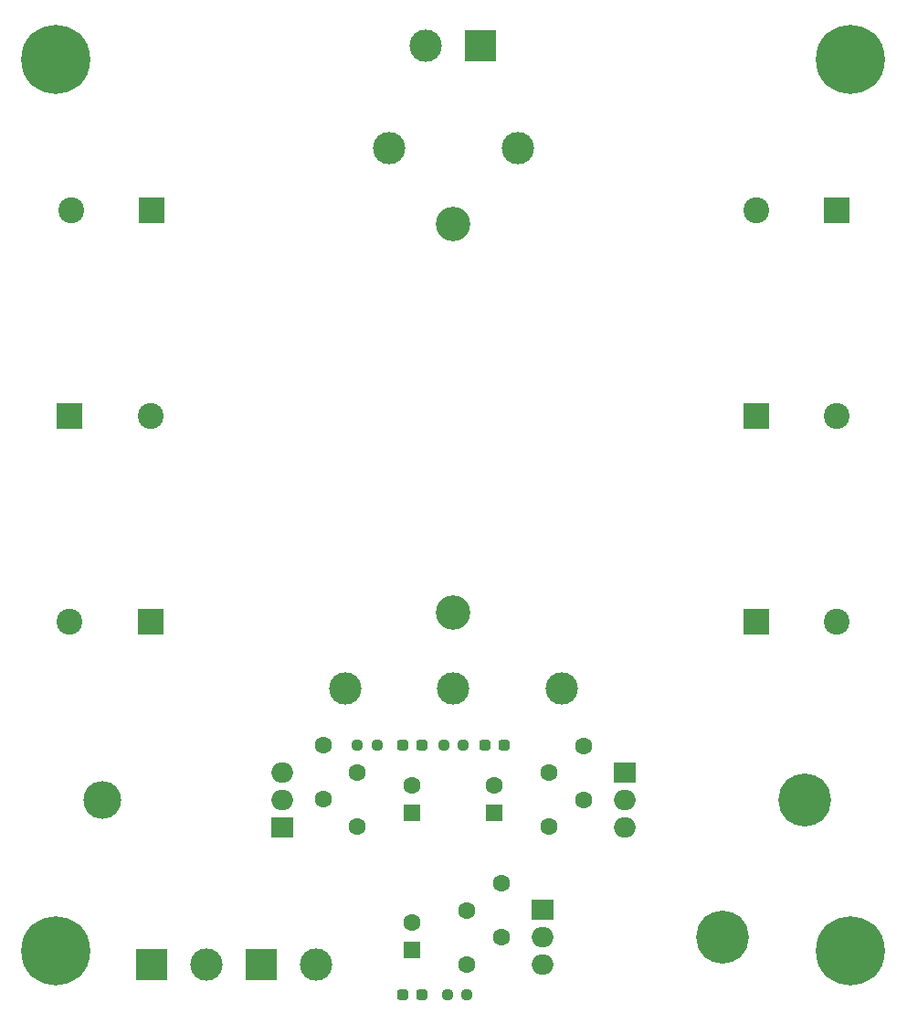
<source format=gts>
G04 #@! TF.GenerationSoftware,KiCad,Pcbnew,7.0.9-7.0.9~ubuntu20.04.1*
G04 #@! TF.CreationDate,2023-12-22T19:52:23+01:00*
G04 #@! TF.ProjectId,kicad-trans_pwr,6b696361-642d-4747-9261-6e735f707772,1.0*
G04 #@! TF.SameCoordinates,Original*
G04 #@! TF.FileFunction,Soldermask,Top*
G04 #@! TF.FilePolarity,Negative*
%FSLAX46Y46*%
G04 Gerber Fmt 4.6, Leading zero omitted, Abs format (unit mm)*
G04 Created by KiCad (PCBNEW 7.0.9-7.0.9~ubuntu20.04.1) date 2023-12-22 19:52:23*
%MOMM*%
%LPD*%
G01*
G04 APERTURE LIST*
G04 Aperture macros list*
%AMRoundRect*
0 Rectangle with rounded corners*
0 $1 Rounding radius*
0 $2 $3 $4 $5 $6 $7 $8 $9 X,Y pos of 4 corners*
0 Add a 4 corners polygon primitive as box body*
4,1,4,$2,$3,$4,$5,$6,$7,$8,$9,$2,$3,0*
0 Add four circle primitives for the rounded corners*
1,1,$1+$1,$2,$3*
1,1,$1+$1,$4,$5*
1,1,$1+$1,$6,$7*
1,1,$1+$1,$8,$9*
0 Add four rect primitives between the rounded corners*
20,1,$1+$1,$2,$3,$4,$5,0*
20,1,$1+$1,$4,$5,$6,$7,0*
20,1,$1+$1,$6,$7,$8,$9,0*
20,1,$1+$1,$8,$9,$2,$3,0*%
G04 Aperture macros list end*
%ADD10C,6.400000*%
%ADD11C,1.600000*%
%ADD12R,2.400000X2.400000*%
%ADD13C,2.400000*%
%ADD14RoundRect,0.237500X-0.250000X-0.237500X0.250000X-0.237500X0.250000X0.237500X-0.250000X0.237500X0*%
%ADD15R,2.000000X1.905000*%
%ADD16C,4.900000*%
%ADD17O,2.000000X1.905000*%
%ADD18RoundRect,0.237500X0.287500X0.237500X-0.287500X0.237500X-0.287500X-0.237500X0.287500X-0.237500X0*%
%ADD19R,3.000000X3.000000*%
%ADD20C,3.000000*%
%ADD21RoundRect,0.237500X0.250000X0.237500X-0.250000X0.237500X-0.250000X-0.237500X0.250000X-0.237500X0*%
%ADD22RoundRect,0.237500X-0.287500X-0.237500X0.287500X-0.237500X0.287500X0.237500X-0.287500X0.237500X0*%
%ADD23R,1.600000X1.600000*%
%ADD24O,3.500000X3.500000*%
%ADD25C,3.200000*%
G04 APERTURE END LIST*
D10*
X77470000Y-118110000D03*
D11*
X102235000Y-99060000D03*
X102235000Y-104060000D03*
D10*
X151130000Y-118110000D03*
D11*
X118745000Y-111840000D03*
X118745000Y-116840000D03*
D10*
X151130000Y-35560000D03*
D11*
X123190000Y-106640000D03*
X123190000Y-101640000D03*
D12*
X142360000Y-87630000D03*
D13*
X149860000Y-87630000D03*
D14*
X113387500Y-99060000D03*
X115212500Y-99060000D03*
D15*
X130175000Y-101600000D03*
D16*
X146835000Y-104140000D03*
D17*
X130175000Y-104140000D03*
X130175000Y-106680000D03*
D18*
X118985000Y-99060000D03*
X117235000Y-99060000D03*
D19*
X86360000Y-119380000D03*
D20*
X91440000Y-119380000D03*
D11*
X105410000Y-106600000D03*
X105410000Y-101600000D03*
D19*
X96520000Y-119380000D03*
D20*
X101600000Y-119380000D03*
D19*
X116840000Y-34290000D03*
D20*
X111760000Y-34290000D03*
D21*
X115570000Y-122174000D03*
X113745000Y-122174000D03*
D11*
X126365000Y-99140000D03*
X126365000Y-104140000D03*
D10*
X77470000Y-35560000D03*
D15*
X122555000Y-114300000D03*
D16*
X139215000Y-116840000D03*
D17*
X122555000Y-116840000D03*
X122555000Y-119380000D03*
D22*
X109615000Y-122174000D03*
X111365000Y-122174000D03*
D11*
X115570000Y-119380000D03*
X115570000Y-114380000D03*
D23*
X110490000Y-105345112D03*
D11*
X110490000Y-102845112D03*
D24*
X81765000Y-104140000D03*
D15*
X98425000Y-106680000D03*
D17*
X98425000Y-104140000D03*
X98425000Y-101600000D03*
D22*
X109615000Y-99060000D03*
X111365000Y-99060000D03*
D23*
X110490000Y-118045113D03*
D11*
X110490000Y-115545113D03*
D12*
X78740000Y-68580000D03*
D13*
X86240000Y-68580000D03*
D25*
X114300000Y-86800000D03*
X114300000Y-50800000D03*
D20*
X120300000Y-43800000D03*
X108300000Y-43800000D03*
X104300000Y-93800000D03*
X114300000Y-93800000D03*
X124300000Y-93800000D03*
D12*
X86360000Y-49530000D03*
D13*
X78860000Y-49530000D03*
D23*
X118110000Y-105345113D03*
D11*
X118110000Y-102845113D03*
D14*
X105410000Y-99060000D03*
X107235000Y-99060000D03*
D12*
X86240000Y-87630000D03*
D13*
X78740000Y-87630000D03*
D12*
X142360000Y-68580000D03*
D13*
X149860000Y-68580000D03*
D12*
X149860000Y-49530000D03*
D13*
X142360000Y-49530000D03*
M02*

</source>
